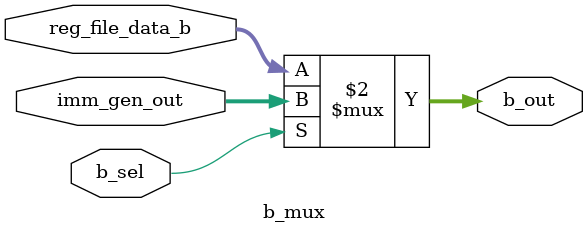
<source format=v>
module b_mux(reg_file_data_b, imm_gen_out, b_sel, b_out);
    input [31:0] reg_file_data_b, imm_gen_out;
    input b_sel;
    output reg [31:0] b_out;

    assign b_out = (!b_sel) ? reg_file_data_b : imm_gen_out;
endmodule
</source>
